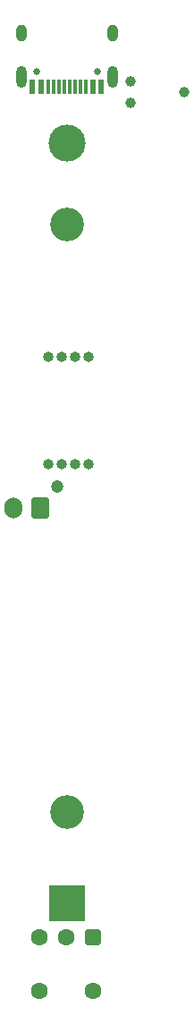
<source format=gbs>
%TF.GenerationSoftware,KiCad,Pcbnew,(6.99.0-3809-g2741d0eb4b)*%
%TF.CreationDate,2022-10-14T18:55:23-04:00*%
%TF.ProjectId,ButterflyBadge,42757474-6572-4666-9c79-42616467652e,rev?*%
%TF.SameCoordinates,Original*%
%TF.FileFunction,Soldermask,Bot*%
%TF.FilePolarity,Negative*%
%FSLAX46Y46*%
G04 Gerber Fmt 4.6, Leading zero omitted, Abs format (unit mm)*
G04 Created by KiCad (PCBNEW (6.99.0-3809-g2741d0eb4b)) date 2022-10-14 18:55:23*
%MOMM*%
%LPD*%
G01*
G04 APERTURE LIST*
G04 Aperture macros list*
%AMRoundRect*
0 Rectangle with rounded corners*
0 $1 Rounding radius*
0 $2 $3 $4 $5 $6 $7 $8 $9 X,Y pos of 4 corners*
0 Add a 4 corners polygon primitive as box body*
4,1,4,$2,$3,$4,$5,$6,$7,$8,$9,$2,$3,0*
0 Add four circle primitives for the rounded corners*
1,1,$1+$1,$2,$3*
1,1,$1+$1,$4,$5*
1,1,$1+$1,$6,$7*
1,1,$1+$1,$8,$9*
0 Add four rect primitives between the rounded corners*
20,1,$1+$1,$2,$3,$4,$5,0*
20,1,$1+$1,$4,$5,$6,$7,0*
20,1,$1+$1,$6,$7,$8,$9,0*
20,1,$1+$1,$8,$9,$2,$3,0*%
G04 Aperture macros list end*
%ADD10C,1.600000*%
%ADD11RoundRect,0.400000X0.400000X-0.400000X0.400000X0.400000X-0.400000X0.400000X-0.400000X-0.400000X0*%
%ADD12C,0.990600*%
%ADD13O,1.000000X1.000000*%
%ADD14C,1.200000*%
%ADD15RoundRect,0.250000X0.600000X0.750000X-0.600000X0.750000X-0.600000X-0.750000X0.600000X-0.750000X0*%
%ADD16O,1.700000X2.000000*%
%ADD17C,3.200000*%
%ADD18R,3.500000X3.500000*%
%ADD19C,3.500000*%
%ADD20C,0.650000*%
%ADD21R,0.600000X1.450000*%
%ADD22R,0.300000X1.450000*%
%ADD23O,1.000000X1.600000*%
%ADD24O,1.000000X2.100000*%
G04 APERTURE END LIST*
D10*
%TO.C,SW3*%
X197800000Y-140290000D03*
X192720000Y-140290000D03*
D11*
X197800000Y-135210000D03*
D10*
X195260000Y-135210000D03*
X192720000Y-135210000D03*
%TD*%
D12*
%TO.C,P1*%
X206440000Y-55200000D03*
X201360000Y-56216000D03*
X201360000Y-54184000D03*
%TD*%
D13*
%TO.C,J4*%
X193494999Y-80219999D03*
X193494999Y-90379999D03*
X194764999Y-80219999D03*
X194764999Y-90379999D03*
X196034999Y-80219999D03*
X196034999Y-90379999D03*
X197304999Y-80219999D03*
X197304999Y-90379999D03*
%TD*%
D14*
%TO.C,M1*%
X194350000Y-92525000D03*
D15*
X192750000Y-94525000D03*
D16*
X190249999Y-94524999D03*
%TD*%
D17*
%TO.C,BT1*%
X195300000Y-123355000D03*
X195300000Y-67745000D03*
D18*
X195299999Y-131999999D03*
D19*
X195300000Y-60000000D03*
%TD*%
D20*
%TO.C,J1*%
X192410000Y-53200000D03*
X198190000Y-53200000D03*
D21*
X192049999Y-54644999D03*
X192849999Y-54644999D03*
D22*
X194049999Y-54644999D03*
X195049999Y-54644999D03*
X195549999Y-54644999D03*
X196549999Y-54644999D03*
D21*
X197749999Y-54644999D03*
X198549999Y-54644999D03*
X198549999Y-54644999D03*
X197749999Y-54644999D03*
D22*
X197049999Y-54644999D03*
X196049999Y-54644999D03*
X194549999Y-54644999D03*
X193549999Y-54644999D03*
D21*
X192849999Y-54644999D03*
X192049999Y-54644999D03*
D23*
X190979999Y-49549999D03*
D24*
X190979999Y-53729999D03*
D23*
X199619999Y-49549999D03*
D24*
X199619999Y-53729999D03*
%TD*%
M02*

</source>
